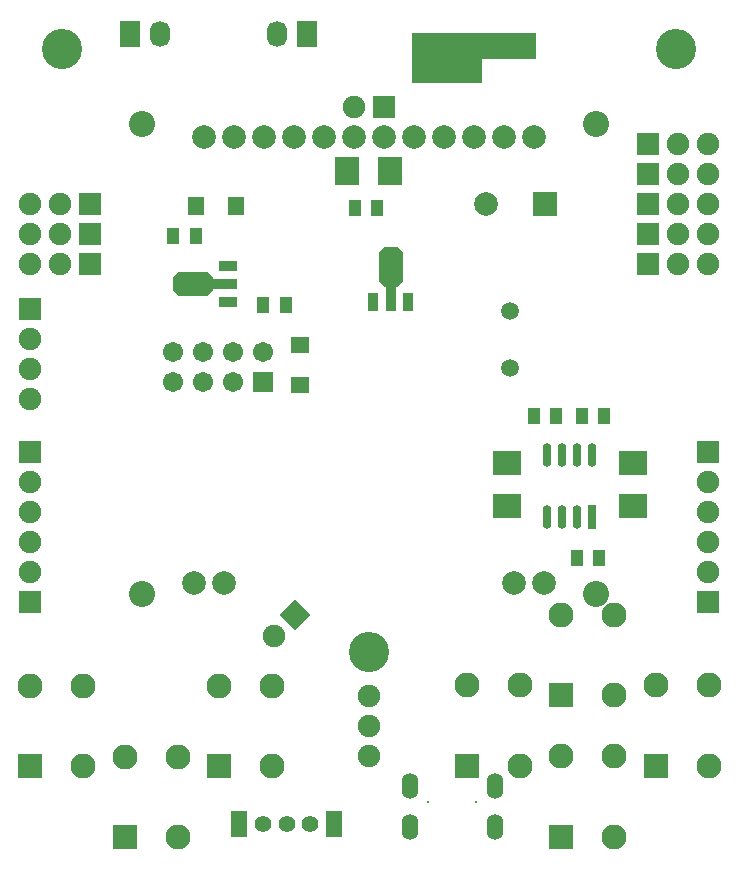
<source format=gbs>
G04*
G04 #@! TF.GenerationSoftware,Altium Limited,Altium Designer,22.2.1 (43)*
G04*
G04 Layer_Color=16711935*
%FSLAX25Y25*%
%MOIN*%
G70*
G04*
G04 #@! TF.SameCoordinates,9C75C661-4079-485B-A4B9-5B77D2324FE1*
G04*
G04*
G04 #@! TF.FilePolarity,Negative*
G04*
G01*
G75*
%ADD25R,0.04300X0.05800*%
%ADD28C,0.07887*%
%ADD29C,0.05918*%
%ADD30C,0.13398*%
%ADD31C,0.00800*%
%ADD32O,0.05524X0.08674*%
%ADD33C,0.07493*%
%ADD34C,0.08280*%
%ADD35R,0.08280X0.08280*%
%ADD36R,0.07493X0.07493*%
%ADD37R,0.07493X0.07493*%
%ADD38R,0.07887X0.07887*%
%ADD39P,0.10597X4X270.0*%
%ADD40R,0.05524X0.08674*%
%ADD41C,0.05524*%
%ADD42C,0.06706*%
%ADD43R,0.06706X0.06706*%
%ADD44O,0.06706X0.08674*%
%ADD45R,0.06706X0.08674*%
%ADD46C,0.08674*%
%ADD85R,0.41500X0.08700*%
%ADD86R,0.23600X0.08100*%
%ADD87R,0.02965X0.07887*%
%ADD88O,0.02965X0.07887*%
%ADD89R,0.09800X0.08300*%
%ADD90R,0.05524X0.06312*%
%ADD91R,0.06312X0.05524*%
%ADD92R,0.08300X0.09800*%
%ADD93R,0.06312X0.03359*%
%ADD94R,0.09068X0.03359*%
G04:AMPARAMS|DCode=95|XSize=82.8mil|YSize=133.98mil|CornerRadius=0mil|HoleSize=0mil|Usage=FLASHONLY|Rotation=90.000|XOffset=0mil|YOffset=0mil|HoleType=Round|Shape=Octagon|*
%AMOCTAGOND95*
4,1,8,-0.06699,-0.02070,-0.06699,0.02070,-0.04629,0.04140,0.04629,0.04140,0.06699,0.02070,0.06699,-0.02070,0.04629,-0.04140,-0.04629,-0.04140,-0.06699,-0.02070,0.0*
%
%ADD95OCTAGOND95*%

%ADD96R,0.03359X0.06312*%
%ADD97R,0.03359X0.09068*%
G04:AMPARAMS|DCode=98|XSize=82.8mil|YSize=133.98mil|CornerRadius=0mil|HoleSize=0mil|Usage=FLASHONLY|Rotation=0.000|XOffset=0mil|YOffset=0mil|HoleType=Round|Shape=Octagon|*
%AMOCTAGOND98*
4,1,8,-0.02070,0.06699,0.02070,0.06699,0.04140,0.04629,0.04140,-0.04629,0.02070,-0.06699,-0.02070,-0.06699,-0.04140,-0.04629,-0.04140,0.04629,-0.02070,0.06699,0.0*
%
%ADD98OCTAGOND98*%

D25*
X120791Y215014D02*
D03*
X113310D02*
D03*
X90191Y182614D02*
D03*
X82710D02*
D03*
X52711Y205614D02*
D03*
X60191D02*
D03*
X189011Y145614D02*
D03*
X196491D02*
D03*
X180491Y145614D02*
D03*
X173010D02*
D03*
X194691Y98314D02*
D03*
X187210D02*
D03*
D28*
X166297Y89992D02*
D03*
X176297D02*
D03*
X69762D02*
D03*
X59762D02*
D03*
X62951Y238614D02*
D03*
X72951D02*
D03*
X82951D02*
D03*
X92951D02*
D03*
X102951D02*
D03*
X112951D02*
D03*
X122951D02*
D03*
X132951D02*
D03*
X142951D02*
D03*
X152951D02*
D03*
X162951D02*
D03*
X172951D02*
D03*
X157108Y216114D02*
D03*
D29*
X164976Y161674D02*
D03*
Y180572D02*
D03*
D30*
X118110Y66929D02*
D03*
X220472Y267717D02*
D03*
X15748D02*
D03*
D31*
X153543Y17008D02*
D03*
X137795D02*
D03*
D32*
X131496Y8465D02*
D03*
X159843D02*
D03*
Y22126D02*
D03*
X131496D02*
D03*
D33*
X118091Y42254D02*
D03*
Y52254D02*
D03*
Y32254D02*
D03*
X5000Y93592D02*
D03*
Y103592D02*
D03*
X5000Y123592D02*
D03*
Y113592D02*
D03*
Y171092D02*
D03*
Y161092D02*
D03*
Y151092D02*
D03*
X15000Y196092D02*
D03*
X5000D02*
D03*
X15000Y206092D02*
D03*
X5000D02*
D03*
X15000Y216092D02*
D03*
X5000D02*
D03*
X231065Y93592D02*
D03*
Y103592D02*
D03*
Y123592D02*
D03*
Y113592D02*
D03*
X221065Y236092D02*
D03*
X231065D02*
D03*
X221065Y226092D02*
D03*
X231065D02*
D03*
X221065Y216092D02*
D03*
X231065D02*
D03*
X221065Y206092D02*
D03*
X231065D02*
D03*
X221065Y196092D02*
D03*
X231065D02*
D03*
X112951Y248614D02*
D03*
X86415Y72079D02*
D03*
D34*
X150512Y55699D02*
D03*
X168228D02*
D03*
Y28927D02*
D03*
X213504Y55699D02*
D03*
X231221D02*
D03*
Y28927D02*
D03*
X182008Y32076D02*
D03*
X199724D02*
D03*
Y5305D02*
D03*
X182008Y79321D02*
D03*
X199724D02*
D03*
Y52549D02*
D03*
X67992Y55639D02*
D03*
X85709D02*
D03*
Y28868D02*
D03*
X36496Y32017D02*
D03*
X54212D02*
D03*
Y5246D02*
D03*
X5000Y55639D02*
D03*
X22716D02*
D03*
Y28868D02*
D03*
D35*
X150512Y28927D02*
D03*
X213504D02*
D03*
X182008Y5305D02*
D03*
Y52549D02*
D03*
X67992Y28868D02*
D03*
X36496Y5246D02*
D03*
X5000Y28868D02*
D03*
D36*
X5000Y83592D02*
D03*
X5000Y133592D02*
D03*
Y181092D02*
D03*
X231065Y83592D02*
D03*
Y133592D02*
D03*
D37*
X25000Y196092D02*
D03*
Y206092D02*
D03*
Y216092D02*
D03*
X211065Y236092D02*
D03*
Y226092D02*
D03*
Y216092D02*
D03*
Y206092D02*
D03*
Y196092D02*
D03*
X122951Y248614D02*
D03*
D38*
X176793Y216114D02*
D03*
D39*
X93486Y79150D02*
D03*
D40*
X74803Y9449D02*
D03*
X106299D02*
D03*
D41*
X98425D02*
D03*
X90551D02*
D03*
X82677D02*
D03*
D42*
X52577Y167020D02*
D03*
Y157020D02*
D03*
X62577Y167020D02*
D03*
Y157020D02*
D03*
X72577Y167020D02*
D03*
Y157020D02*
D03*
X82577Y167020D02*
D03*
D43*
Y157020D02*
D03*
D44*
X87341Y272965D02*
D03*
X48482D02*
D03*
D45*
X97341D02*
D03*
X38482D02*
D03*
D46*
X42242Y242748D02*
D03*
X193817D02*
D03*
X42242Y86055D02*
D03*
X193817D02*
D03*
D85*
X152959Y268858D02*
D03*
D86*
X144009Y260458D02*
D03*
D87*
X192313Y111881D02*
D03*
D88*
X187313D02*
D03*
X182313D02*
D03*
X177313D02*
D03*
X192313Y132550D02*
D03*
X187313D02*
D03*
X182313D02*
D03*
X177313D02*
D03*
D89*
X205951Y115528D02*
D03*
Y129701D02*
D03*
X163952Y115528D02*
D03*
Y129701D02*
D03*
D90*
X73609Y215408D02*
D03*
X60224D02*
D03*
D91*
X94916Y155702D02*
D03*
Y169087D02*
D03*
D92*
X124958Y227245D02*
D03*
X110785D02*
D03*
D93*
X71035Y195498D02*
D03*
Y183687D02*
D03*
D94*
X69749Y189592D02*
D03*
D95*
X59349D02*
D03*
D96*
X131078Y183606D02*
D03*
X119267D02*
D03*
D97*
X125172Y184892D02*
D03*
D98*
Y195292D02*
D03*
M02*

</source>
